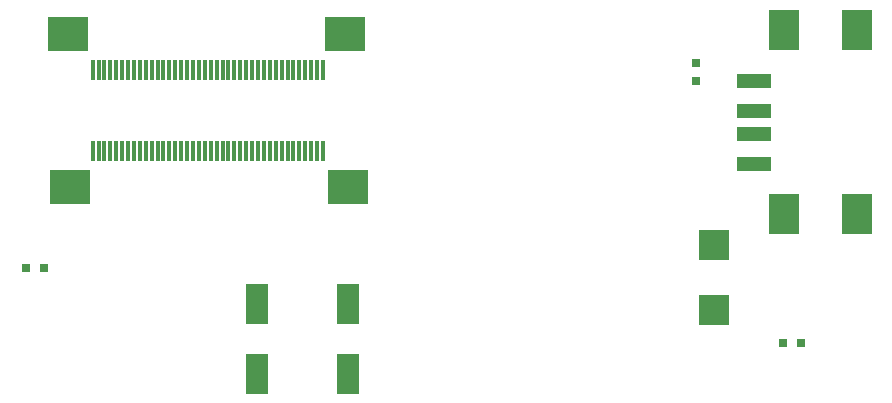
<source format=gbp>
G04*
G04 #@! TF.GenerationSoftware,Altium Limited,Altium Designer,18.1.9 (240)*
G04*
G04 Layer_Color=128*
%FSLAX25Y25*%
%MOIN*%
G70*
G01*
G75*
%ADD35R,0.09843X0.13780*%
%ADD36R,0.07874X0.13780*%
%ADD37R,0.11811X0.04724*%
%ADD38R,0.13780X0.11811*%
%ADD39R,0.01181X0.07087*%
%ADD40R,0.03000X0.03000*%
%ADD41R,0.03000X0.03000*%
%ADD42R,0.07284X0.13189*%
%ADD43R,0.09843X0.09843*%
D35*
X341303Y76051D02*
D03*
Y137551D02*
D03*
X365425D02*
D03*
Y76051D02*
D03*
D36*
X341303D02*
D03*
D37*
X331303Y92835D02*
D03*
Y102677D02*
D03*
Y110551D02*
D03*
Y120394D02*
D03*
D38*
X194941Y136000D02*
D03*
X102441D02*
D03*
X103413Y85000D02*
D03*
X195913D02*
D03*
D39*
X187563Y124000D02*
D03*
X185594D02*
D03*
X183626D02*
D03*
X181658D02*
D03*
X179689D02*
D03*
X177720D02*
D03*
X175752D02*
D03*
X173783D02*
D03*
X171815D02*
D03*
X169846D02*
D03*
X167878D02*
D03*
X165909D02*
D03*
X163941D02*
D03*
X161972D02*
D03*
X160004D02*
D03*
X158035D02*
D03*
X156067D02*
D03*
X154098D02*
D03*
X152130D02*
D03*
X150161D02*
D03*
X148193D02*
D03*
X146224D02*
D03*
X144256D02*
D03*
X142287D02*
D03*
X140319D02*
D03*
X138350D02*
D03*
X136382D02*
D03*
X134413D02*
D03*
X132445D02*
D03*
X130476D02*
D03*
X128508D02*
D03*
X126539D02*
D03*
X124571D02*
D03*
X122602D02*
D03*
X120634D02*
D03*
X118665D02*
D03*
X116697D02*
D03*
X114728D02*
D03*
X112760D02*
D03*
X110791D02*
D03*
X110791Y97000D02*
D03*
X112760D02*
D03*
X114728D02*
D03*
X116697D02*
D03*
X118665D02*
D03*
X120634D02*
D03*
X122602D02*
D03*
X124571D02*
D03*
X126539D02*
D03*
X128508D02*
D03*
X130476D02*
D03*
X132445D02*
D03*
X134413D02*
D03*
X136382D02*
D03*
X138350D02*
D03*
X140319D02*
D03*
X142287D02*
D03*
X144256D02*
D03*
X146224D02*
D03*
X148193D02*
D03*
X150161D02*
D03*
X152130D02*
D03*
X154098D02*
D03*
X156067D02*
D03*
X158035D02*
D03*
X160004D02*
D03*
X161972D02*
D03*
X163941D02*
D03*
X165909D02*
D03*
X167878D02*
D03*
X169846D02*
D03*
X171815D02*
D03*
X173783D02*
D03*
X175752D02*
D03*
X177720D02*
D03*
X179689D02*
D03*
X181658D02*
D03*
X183626D02*
D03*
X185594D02*
D03*
X187563D02*
D03*
D40*
X312041Y126496D02*
D03*
Y120496D02*
D03*
D41*
X346996Y32959D02*
D03*
X340996D02*
D03*
X88500Y58000D02*
D03*
X94500D02*
D03*
D42*
X196000Y22886D02*
D03*
Y46114D02*
D03*
X165500Y22886D02*
D03*
Y46114D02*
D03*
D43*
X318000Y65780D02*
D03*
Y44126D02*
D03*
M02*

</source>
